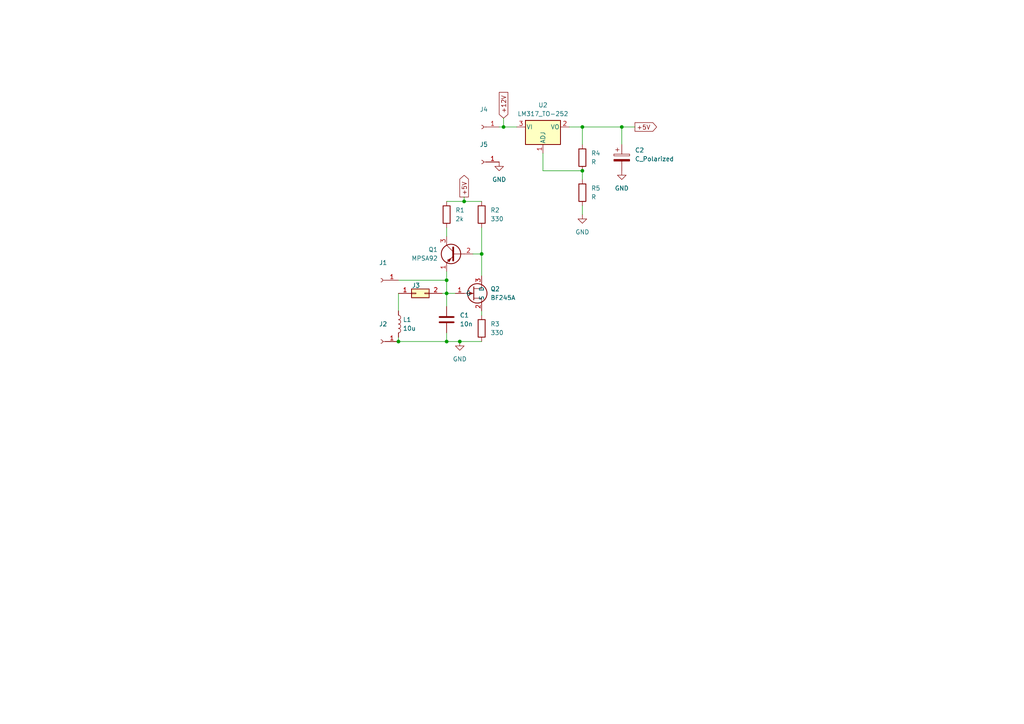
<source format=kicad_sch>
(kicad_sch (version 20250114) (generator "eeschema") (generator_version "9.0")
  (paper "A4")
  (lib_symbols
    (symbol "Connector:Conn_01x01_Socket" (pin_names (offset 1.016) (hide yes))
      (property "Reference" "J" (at 0 2.54 0))
      (property "Value" "Conn_01x01_Socket" (at 0 -2.54 0))
      (symbol "Conn_01x01_Socket_1_1"
        (polyline (pts (xy -1.27 0) (xy -0.508 0)) (stroke (width 0.1524)))
        (arc (start 0 -0.508) (mid -0.5058 0) (end 0 0.508) (stroke (width 0.1524)))
        (pin passive line (at -5.08 0 0) (length 3.81) (name "Pin_1") (number "1"))
      )
    )
    (symbol "Connector_Generic:Conn_02x01" (pin_names (offset 1.016) (hide yes))
      (property "Reference" "J" (at 1.27 2.54 0))
      (property "Value" "Conn_02x01" (at 1.27 -2.54 0))
      (symbol "Conn_02x01_1_1"
        (rectangle (start -1.27 1.27) (end 3.81 -1.27) (stroke (width 0.254)) (fill (type background)))
        (rectangle (start -1.27 0.127) (end 0 -0.127) (stroke (width 0.1524)))
        (rectangle (start 3.81 0.127) (end 2.54 -0.127) (stroke (width 0.1524)))
        (pin passive line (at -5.08 0 0) (length 3.81) (name "Pin_1") (number "1"))
        (pin passive line (at 7.62 0 180) (length 3.81) (name "Pin_2") (number "2"))
      )
    )
    (symbol "Device:C" (pin_numbers (hide yes)) (pin_names (offset 0.254))
      (property "Reference" "C" (at 0.635 2.54 0))
      (property "Value" "C" (at 0.635 -2.54 0))
      (symbol "C_0_1"
        (polyline (pts (xy -2.032 0.762) (xy 2.032 0.762)) (stroke (width 0.508)))
        (polyline (pts (xy -2.032 -0.762) (xy 2.032 -0.762)) (stroke (width 0.508)))
      )
      (symbol "C_1_1"
        (pin passive line (at 0 3.81 270) (length 2.794) (name "~") (number "1"))
        (pin passive line (at 0 -3.81 90) (length 2.794) (name "~") (number "2"))
      )
    )
    (symbol "Device:C_Polarized" (pin_numbers (hide yes)) (pin_names (offset 0.254))
      (property "Reference" "C" (at 0.635 2.54 0))
      (property "Value" "C_Polarized" (at 0.635 -2.54 0))
      (symbol "C_Polarized_0_1"
        (rectangle (start -2.286 0.508) (end 2.286 1.016))
        (polyline (pts (xy -1.778 2.286) (xy -0.762 2.286)))
        (polyline (pts (xy -1.27 2.794) (xy -1.27 1.778)))
        (rectangle (start 2.286 -0.508) (end -2.286 -1.016) (fill (type outline)))
      )
      (symbol "C_Polarized_1_1"
        (pin passive line (at 0 3.81 270) (length 2.794) (name "~") (number "1"))
        (pin passive line (at 0 -3.81 90) (length 2.794) (name "~") (number "2"))
      )
    )
    (symbol "Device:L" (pin_numbers (hide yes)) (pin_names (offset 1.016) (hide yes))
      (property "Reference" "L" (at -1.27 0 90))
      (property "Value" "L" (at 1.905 0 90))
      (symbol "L_0_1"
        (arc (start 0 2.54) (mid 0.6323 1.905) (end 0 1.27))
        (arc (start 0 1.27) (mid 0.6323 0.635) (end 0 0))
        (arc (start 0 0) (mid 0.6323 -0.635) (end 0 -1.27))
        (arc (start 0 -1.27) (mid 0.6323 -1.905) (end 0 -2.54))
      )
      (symbol "L_1_1"
        (pin passive line (at 0 3.81 270) (length 1.27) (name "1") (number "1"))
        (pin passive line (at 0 -3.81 90) (length 1.27) (name "2") (number "2"))
      )
    )
    (symbol "Device:R" (pin_numbers (hide yes)) (pin_names (offset 0))
      (property "Reference" "R" (at 2.032 0 90))
      (property "Value" "R" (at 0 0 90))
      (symbol "R_0_1"
        (rectangle (start -1.016 -2.54) (end 1.016 2.54) (stroke (width 0.254)))
      )
      (symbol "R_1_1"
        (pin passive line (at 0 3.81 270) (length 1.27) (name "~") (number "1"))
        (pin passive line (at 0 -3.81 90) (length 1.27) (name "~") (number "2"))
      )
    )
    (symbol "Regulator_Linear:LM317_TO-252" (pin_names (offset 0.254))
      (property "Reference" "U" (at -3.81 3.175 0))
      (property "Value" "LM317_TO-252" (at 0 3.175 0))
      (symbol "LM317_TO-252_0_1"
        (rectangle (start -5.08 1.905) (end 5.08 -5.08) (stroke (width 0.254)) (fill (type background)))
      )
      (symbol "LM317_TO-252_1_1"
        (pin power_in line (at -7.62 0 0) (length 2.54) (name "VI") (number "3"))
        (pin input line (at 0 -7.62 90) (length 2.54) (name "ADJ") (number "1"))
        (pin power_out line (at 7.62 0 180) (length 2.54) (name "VO") (number "2"))
      )
    )
    (symbol "Transistor_BJT:MPSA92" (pin_names (offset 0) (hide yes))
      (property "Reference" "Q" (at 5.08 1.905 0))
      (property "Value" "MPSA92" (at 5.08 0 0))
      (symbol "MPSA92_0_1"
        (polyline (pts (xy -2.54 0) (xy 0.635 0)))
        (polyline (pts (xy 0.635 1.905) (xy 0.635 -1.905)) (stroke (width 0.508)))
        (polyline (pts (xy 0.635 0.635) (xy 2.54 2.54)))
        (polyline (pts (xy 0.635 -0.635) (xy 2.54 -2.54)))
        (circle (center 1.27 0) (radius 2.8194) (stroke (width 0.254)))
        (polyline (pts (xy 2.286 -1.778) (xy 1.778 -2.286) (xy 1.27 -1.27) (xy 2.286 -1.778)) (fill (type outline)))
      )
      (symbol "MPSA92_1_1"
        (pin input line (at -5.08 0 0) (length 2.54) (name "B") (number "2"))
        (pin passive line (at 2.54 5.08 270) (length 2.54) (name "C") (number "3"))
        (pin passive line (at 2.54 -5.08 90) (length 2.54) (name "E") (number "1"))
      )
    )
    (symbol "Transistor_FET:BF245A"
      (property "Reference" "Q" (at 5.08 1.905 0))
      (property "Value" "BF245A" (at 5.08 0 0))
      (symbol "BF245A_0_1"
        (polyline (pts (xy 0 0) (xy -1.016 0.381) (xy -1.016 -0.381) (xy 0 0)) (fill (type outline)))
        (polyline (pts (xy 0.254 1.905) (xy 0.254 -1.905)) (stroke (width 0.254)))
        (polyline (pts (xy 0.254 0) (xy -2.54 0)))
        (circle (center 1.27 0) (radius 2.8194) (stroke (width 0.254)))
        (polyline (pts (xy 2.54 2.54) (xy 2.54 1.397) (xy 0.254 1.397)))
        (polyline (pts (xy 2.54 -2.54) (xy 2.54 -1.397) (xy 0.254 -1.397)))
      )
      (symbol "BF245A_1_1"
        (pin input line (at -5.08 0 0) (length 2.54) (name "G") (number "1"))
        (pin passive line (at 2.54 5.08 270) (length 2.54) (name "D") (number "3"))
        (pin passive line (at 2.54 -5.08 90) (length 2.54) (name "S") (number "2"))
      )
    )
    (symbol "power:GND" (power) (pin_numbers (hide yes)) (pin_names (offset 0) (hide yes))
      (property "Value" "GND" (at 0 -3.81 0))
      (symbol "GND_0_1"
        (polyline (pts (xy 0 0) (xy 0 -1.27) (xy 1.27 -1.27) (xy 0 -2.54) (xy -1.27 -1.27) (xy 0 -1.27)))
      )
      (symbol "GND_1_1"
        (pin power_in line (at 0 0 270) (length 0) (name "~") (number "1"))
      )
    )
  )
  (junction (at 129.54 85.09))
  (junction (at 133.35 99.06))
  (junction (at 168.91 49.53))
  (junction (at 129.54 99.06))
  (junction (at 129.54 81.28))
  (junction (at 180.34 36.83))
  (junction (at 139.7 73.66))
  (junction (at 134.62 58.42))
  (junction (at 168.91 36.83))
  (junction (at 115.57 99.06))
  (junction (at 146.05 36.83))
  (wire (pts (xy 115.57 99.06) (xy 129.54 99.06)))
  (wire (pts (xy 157.48 49.53) (xy 157.48 44.45)))
  (wire (pts (xy 129.54 66.04) (xy 129.54 68.58)))
  (wire (pts (xy 134.62 57.15) (xy 134.62 58.42)))
  (wire (pts (xy 168.91 49.53) (xy 168.91 52.07)))
  (wire (pts (xy 129.54 81.28) (xy 129.54 78.74)))
  (wire (pts (xy 139.7 99.06) (xy 133.35 99.06)))
  (wire (pts (xy 115.57 85.09) (xy 115.57 90.17)))
  (wire (pts (xy 129.54 85.09) (xy 129.54 88.9)))
  (wire (pts (xy 139.7 66.04) (xy 139.7 73.66)))
  (wire (pts (xy 129.54 99.06) (xy 129.54 96.52)))
  (wire (pts (xy 129.54 81.28) (xy 129.54 85.09)))
  (wire (pts (xy 144.78 36.83) (xy 146.05 36.83)))
  (wire (pts (xy 129.54 58.42) (xy 134.62 58.42)))
  (wire (pts (xy 129.54 85.09) (xy 128.27 85.09)))
  (wire (pts (xy 132.08 85.09) (xy 129.54 85.09)))
  (wire (pts (xy 137.16 73.66) (xy 139.7 73.66)))
  (wire (pts (xy 184.15 36.83) (xy 180.34 36.83)))
  (wire (pts (xy 115.57 97.79) (xy 115.57 99.06)))
  (wire (pts (xy 180.34 36.83) (xy 180.34 41.91)))
  (wire (pts (xy 139.7 90.17) (xy 139.7 91.44)))
  (wire (pts (xy 146.05 34.29) (xy 146.05 36.83)))
  (wire (pts (xy 146.05 36.83) (xy 149.86 36.83)))
  (wire (pts (xy 134.62 58.42) (xy 139.7 58.42)))
  (wire (pts (xy 168.91 49.53) (xy 157.48 49.53)))
  (wire (pts (xy 139.7 73.66) (xy 139.7 80.01)))
  (wire (pts (xy 168.91 59.69) (xy 168.91 62.23)))
  (wire (pts (xy 168.91 36.83) (xy 168.91 41.91)))
  (wire (pts (xy 133.35 99.06) (xy 129.54 99.06)))
  (wire (pts (xy 180.34 36.83) (xy 168.91 36.83)))
  (wire (pts (xy 165.1 36.83) (xy 168.91 36.83)))
  (wire (pts (xy 129.54 81.28) (xy 115.57 81.28)))
  (global_label "+5V" (shape output) (at 134.62 57.15 90) (property "Intersheetrefs" "${INTERSHEET_REFS}" (effects (hide yes))))
  (global_label "+5V" (shape output) (at 184.15 36.83 0) (property "Intersheetrefs" "${INTERSHEET_REFS}" (effects (hide yes))))
  (global_label "+12V" (shape input) (at 146.05 34.29 90) (property "Intersheetrefs" "${INTERSHEET_REFS}" (effects (hide yes))))
  (symbol (lib_id "Device:R") (at 139.7 62.23 0) (unit 1)
    (property "Reference" "R2" (at 142.24 60.9599 0) (effects (justify left)))
    (property "Value" "330" (at 142.24 63.4999 0) (effects (justify left)))
    (property "Footprint" "main:R_Axial_DIN0207_L6.3mm_D2.5mm_P10.16mm_Horizontal" (effects (hide yes)))
    (property "Description" "Resistor" (effects (hide yes)))
  )
  (symbol (lib_id "Transistor_FET:BF245A") (at 137.16 85.09 0) (unit 1)
    (property "Reference" "Q2" (at 142.24 83.8199 0) (effects (justify left)))
    (property "Value" "BF245A" (at 142.24 86.3599 0) (effects (justify left)))
    (property "Footprint" "main:TO-92_Inline" (effects (hide yes)))
    (property "Datasheet" "https://www.onsemi.com/pub/Collateral/BF245A-D.PDF" (effects (hide yes)))
    (property "Description" "50mA Id, 30V Vgs, N-Channel FET Transistor, TO-92" (effects (hide yes)))
  )
  (symbol (lib_id "Device:C") (at 129.54 92.71 0) (unit 1)
    (property "Reference" "C1" (at 133.35 91.4399 0) (effects (justify left)))
    (property "Value" "10n" (at 133.35 93.9799 0) (effects (justify left)))
    (property "Footprint" "main:C_Disc_D9.0mm_W5.0mm_P5.00mm" (effects (hide yes)))
    (property "Description" "Unpolarized capacitor" (effects (hide yes)))
  )
  (symbol (lib_id "Device:R") (at 168.91 45.72 0) (unit 1)
    (property "Reference" "R4" (at 171.45 44.4499 0) (effects (justify left)))
    (property "Value" "R" (at 171.45 46.9899 0) (effects (justify left)))
    (property "Footprint" "Resistor_SMD:R_0805_2012Metric" (effects (hide yes)))
    (property "Description" "Resistor" (effects (hide yes)))
  )
  (symbol (lib_id "Connector:Conn_01x01_Socket") (at 139.7 46.99 180) (unit 1)
    (property "Reference" "J5" (at 140.335 41.91 0))
    (property "Value" "Conn_01x01_Socket" (effects (hide yes)))
    (property "Footprint" "main:Pin_3mm_Dril_1mm" (effects (hide yes)))
    (property "Description" "Generic connector, single row, 01x01, script generated" (effects (hide yes)))
  )
  (symbol (lib_id "power:GND") (at 144.78 46.99 0) (unit 1)
    (property "Reference" "#PWR02" (effects (hide yes)))
    (property "Value" "GND" (at 144.78 52.07 0))
    (property "Description" "Power symbol creates a global label with name \"GND\" , ground" (effects (hide yes)))
  )
  (symbol (lib_id "Connector_Generic:Conn_02x01") (at 120.65 85.09 0) (unit 1)
    (property "Reference" "J3" (at 120.65 82.804 0))
    (property "Value" "Conn_02x01" (effects (hide yes)))
    (property "Footprint" "main:PinSocket_2x01_P2.54mm_Vertical" (effects (hide yes)))
    (property "Description" "Generic connector, double row, 02x01, this symbol is compatible with counter-clockwise, top-bottom and odd-even numbering schemes., script generated (kicad-library-utils/schlib/autogen/connector/)" (effects (hide yes)))
  )
  (symbol (lib_id "Connector:Conn_01x01_Socket") (at 110.49 99.06 180) (unit 1)
    (property "Reference" "J2" (at 111.125 93.98 0))
    (property "Value" "Conn_01x01_Socket" (effects (hide yes)))
    (property "Footprint" "main:Pin_3mm_Dril_1mm" (effects (hide yes)))
    (property "Description" "Generic connector, single row, 01x01, script generated" (effects (hide yes)))
  )
  (symbol (lib_id "Device:R") (at 129.54 62.23 0) (unit 1)
    (property "Reference" "R1" (at 132.08 60.9599 0) (effects (justify left)))
    (property "Value" "2k" (at 132.08 63.4999 0) (effects (justify left)))
    (property "Footprint" "main:R_Axial_DIN0207_L6.3mm_D2.5mm_P10.16mm_Horizontal" (effects (hide yes)))
    (property "Description" "Resistor" (effects (hide yes)))
  )
  (symbol (lib_id "Connector:Conn_01x01_Socket") (at 139.7 36.83 180) (unit 1)
    (property "Reference" "J4" (at 140.335 31.75 0))
    (property "Value" "Conn_01x01_Socket" (effects (hide yes)))
    (property "Footprint" "main:Pin_3mm_Dril_1mm" (effects (hide yes)))
    (property "Description" "Generic connector, single row, 01x01, script generated" (effects (hide yes)))
  )
  (symbol (lib_id "Transistor_BJT:MPSA92") (at 132.08 73.66 0) (mirror y) (unit 1)
    (property "Reference" "Q1" (at 127 72.3899 0) (effects (justify left)))
    (property "Value" "MPSA92" (at 127 74.9299 0) (effects (justify left)))
    (property "Footprint" "main:TO-92_Inline" (effects (hide yes)))
    (property "Datasheet" "http://www.onsemi.com/pub_link/Collateral/MPSA92-D.PDF" (effects (hide yes)))
    (property "Description" "0.5A Ic, 300V Vce, PNP High Voltage Transistor, TO-92" (effects (hide yes)))
  )
  (symbol (lib_id "power:GND") (at 133.35 99.06 0) (unit 1)
    (property "Reference" "#PWR01" (effects (hide yes)))
    (property "Value" "GND" (at 133.35 104.14 0))
    (property "Description" "Power symbol creates a global label with name \"GND\" , ground" (effects (hide yes)))
  )
  (symbol (lib_id "power:GND") (at 168.91 62.23 0) (unit 1)
    (property "Reference" "#PWR03" (effects (hide yes)))
    (property "Value" "GND" (at 168.91 67.31 0))
    (property "Description" "Power symbol creates a global label with name \"GND\" , ground" (effects (hide yes)))
  )
  (symbol (lib_id "Regulator_Linear:LM317_TO-252") (at 157.48 36.83 0) (unit 1)
    (property "Reference" "U2" (at 157.48 30.48 0))
    (property "Value" "LM317_TO-252" (at 157.48 33.02 0))
    (property "Footprint" "Package_TO_SOT_SMD:TO-252-2" (effects (hide yes)))
    (property "Datasheet" "http://www.ti.com/lit/ds/snvs774n/snvs774n.pdf" (effects (hide yes)))
    (property "Description" "1.5A 35V Adjustable Linear Regulator, TO-252" (effects (hide yes)))
  )
  (symbol (lib_id "Device:C_Polarized") (at 180.34 45.72 0) (unit 1)
    (property "Reference" "C2" (at 184.15 43.5609 0) (effects (justify left)))
    (property "Value" "C_Polarized" (at 184.15 46.1009 0) (effects (justify left)))
    (property "Footprint" "Capacitor_THT:C_Radial_D6.3mm_H7.0mm_P2.50mm" (effects (hide yes)))
    (property "Description" "Polarized capacitor" (effects (hide yes)))
  )
  (symbol (lib_id "Device:R") (at 168.91 55.88 0) (unit 1)
    (property "Reference" "R5" (at 171.45 54.6099 0) (effects (justify left)))
    (property "Value" "R" (at 171.45 57.1499 0) (effects (justify left)))
    (property "Footprint" "Resistor_SMD:R_0805_2012Metric" (effects (hide yes)))
    (property "Description" "Resistor" (effects (hide yes)))
  )
  (symbol (lib_id "Device:L") (at 115.57 93.98 0) (unit 1)
    (property "Reference" "L1" (at 116.84 92.7099 0) (effects (justify left)))
    (property "Value" "10u" (at 116.84 95.2499 0) (effects (justify left)))
    (property "Footprint" "Inductor_THT:L_Axial_L17.5mm_D12.0mm_P20.32mm_Horizontal_Vishay_IM-10-46" (effects (hide yes)))
    (property "Description" "Inductor" (effects (hide yes)))
  )
  (symbol (lib_id "Device:R") (at 139.7 95.25 0) (unit 1)
    (property "Reference" "R3" (at 142.24 93.9799 0) (effects (justify left)))
    (property "Value" "330" (at 142.24 96.5199 0) (effects (justify left)))
    (property "Footprint" "main:R_Axial_DIN0207_L6.3mm_D2.5mm_P10.16mm_Horizontal" (effects (hide yes)))
    (property "Description" "Resistor" (effects (hide yes)))
  )
  (symbol (lib_id "Connector:Conn_01x01_Socket") (at 110.49 81.28 180) (unit 1)
    (property "Reference" "J1" (at 111.125 76.2 0))
    (property "Value" "Conn_01x01_Socket" (effects (hide yes)))
    (property "Footprint" "main:Pin_3mm_Dril_1mm" (effects (hide yes)))
    (property "Description" "Generic connector, single row, 01x01, script generated" (effects (hide yes)))
  )
  (symbol (lib_id "power:GND") (at 180.34 49.53 0) (unit 1)
    (property "Reference" "#PWR04" (effects (hide yes)))
    (property "Value" "GND" (at 180.34 54.61 0))
    (property "Description" "Power symbol creates a global label with name \"GND\" , ground" (effects (hide yes)))
  )
)
</source>
